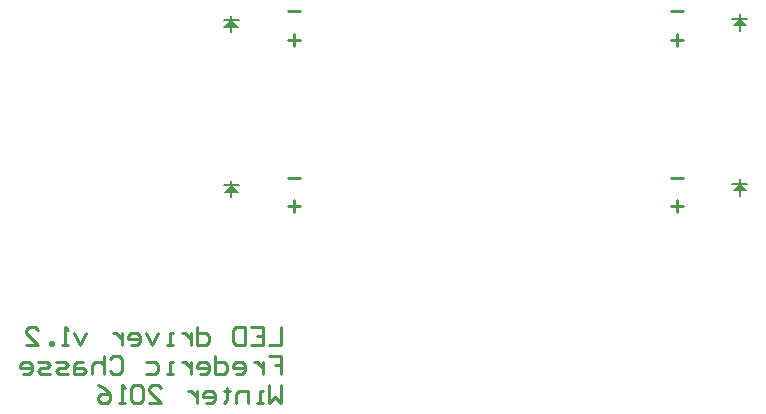
<source format=gbo>
G04 Layer_Color=32896*
%FSLAX23Y23*%
%MOIN*%
G70*
G01*
G75*
%ADD24C,0.010*%
%ADD27C,0.005*%
G36*
X2838Y730D02*
X2783Y730D01*
X2810Y757D01*
X2838Y730D01*
D02*
G37*
G36*
X1143Y725D02*
X1087Y725D01*
X1115Y752D01*
X1143Y725D01*
D02*
G37*
G36*
X2838Y1280D02*
X2783Y1280D01*
X2810Y1308D01*
X2838Y1280D01*
D02*
G37*
G36*
X1143Y1275D02*
X1087Y1275D01*
X1115Y1303D01*
X1143Y1275D01*
D02*
G37*
D24*
X2580Y775D02*
X2620D01*
X2600Y660D02*
Y700D01*
X2580Y680D02*
X2620D01*
X2580Y1330D02*
X2620D01*
X2600Y1215D02*
Y1255D01*
X2580Y1235D02*
X2620D01*
X1305Y680D02*
X1345D01*
X1325Y660D02*
Y700D01*
X1305Y775D02*
X1345D01*
X1305Y1330D02*
X1345D01*
X1325Y1215D02*
Y1255D01*
X1305Y1235D02*
X1345D01*
X1280Y277D02*
Y217D01*
X1240D01*
X1180Y277D02*
X1220D01*
Y217D01*
X1180D01*
X1220Y247D02*
X1200D01*
X1160Y277D02*
Y217D01*
X1130D01*
X1120Y227D01*
Y267D01*
X1130Y277D01*
X1160D01*
X1000D02*
Y217D01*
X1030D01*
X1040Y227D01*
Y247D01*
X1030Y257D01*
X1000D01*
X980D02*
Y217D01*
Y237D01*
X970Y247D01*
X960Y257D01*
X950D01*
X920Y217D02*
X900D01*
X910D01*
Y257D01*
X920D01*
X870D02*
X850Y217D01*
X830Y257D01*
X780Y217D02*
X800D01*
X810Y227D01*
Y247D01*
X800Y257D01*
X780D01*
X770Y247D01*
Y237D01*
X810D01*
X750Y257D02*
Y217D01*
Y237D01*
X740Y247D01*
X730Y257D01*
X720D01*
X630D02*
X610Y217D01*
X590Y257D01*
X570Y217D02*
X550D01*
X560D01*
Y277D01*
X570Y267D01*
X520Y217D02*
Y227D01*
X510D01*
Y217D01*
X520D01*
X430D02*
X470D01*
X430Y257D01*
Y267D01*
X440Y277D01*
X460D01*
X470Y267D01*
X1240Y181D02*
X1280D01*
Y151D01*
X1260D01*
X1280D01*
Y121D01*
X1220Y161D02*
Y121D01*
Y141D01*
X1210Y151D01*
X1200Y161D01*
X1190D01*
X1130Y121D02*
X1150D01*
X1160Y131D01*
Y151D01*
X1150Y161D01*
X1130D01*
X1120Y151D01*
Y141D01*
X1160D01*
X1060Y181D02*
Y121D01*
X1090D01*
X1100Y131D01*
Y151D01*
X1090Y161D01*
X1060D01*
X1010Y121D02*
X1030D01*
X1040Y131D01*
Y151D01*
X1030Y161D01*
X1010D01*
X1000Y151D01*
Y141D01*
X1040D01*
X980Y161D02*
Y121D01*
Y141D01*
X970Y151D01*
X960Y161D01*
X950D01*
X920Y121D02*
X900D01*
X910D01*
Y161D01*
X920D01*
X830D02*
X860D01*
X870Y151D01*
Y131D01*
X860Y121D01*
X830D01*
X710Y171D02*
X720Y181D01*
X740D01*
X750Y171D01*
Y131D01*
X740Y121D01*
X720D01*
X710Y131D01*
X690Y181D02*
Y121D01*
Y151D01*
X680Y161D01*
X660D01*
X650Y151D01*
Y121D01*
X620Y161D02*
X600D01*
X590Y151D01*
Y121D01*
X620D01*
X630Y131D01*
X620Y141D01*
X590D01*
X570Y121D02*
X540D01*
X530Y131D01*
X540Y141D01*
X560D01*
X570Y151D01*
X560Y161D01*
X530D01*
X510Y121D02*
X480D01*
X470Y131D01*
X480Y141D01*
X500D01*
X510Y151D01*
X500Y161D01*
X470D01*
X420Y121D02*
X440D01*
X450Y131D01*
Y151D01*
X440Y161D01*
X420D01*
X410Y151D01*
Y141D01*
X450D01*
X1280Y85D02*
Y25D01*
X1260Y45D01*
X1240Y25D01*
Y85D01*
X1220Y25D02*
X1200D01*
X1210D01*
Y65D01*
X1220D01*
X1170Y25D02*
Y65D01*
X1140D01*
X1130Y55D01*
Y25D01*
X1100Y75D02*
Y65D01*
X1110D01*
X1090D01*
X1100D01*
Y35D01*
X1090Y25D01*
X1030D02*
X1050D01*
X1060Y35D01*
Y55D01*
X1050Y65D01*
X1030D01*
X1020Y55D01*
Y45D01*
X1060D01*
X1000Y65D02*
Y25D01*
Y45D01*
X990Y55D01*
X980Y65D01*
X970D01*
X840Y25D02*
X880D01*
X840Y65D01*
Y75D01*
X850Y85D01*
X870D01*
X880Y75D01*
X820D02*
X810Y85D01*
X790D01*
X780Y75D01*
Y35D01*
X790Y25D01*
X810D01*
X820Y35D01*
Y75D01*
X760Y25D02*
X740D01*
X750D01*
Y85D01*
X760Y75D01*
X670Y85D02*
X690Y75D01*
X710Y55D01*
Y35D01*
X700Y25D01*
X680D01*
X670Y35D01*
Y45D01*
X680Y55D01*
X710D01*
D27*
X1090Y1300D02*
X1140D01*
X1115Y1260D02*
Y1280D01*
Y1300D02*
Y1315D01*
Y750D02*
Y765D01*
Y710D02*
Y730D01*
X1090Y750D02*
X1140D01*
X2810Y1305D02*
Y1320D01*
Y1265D02*
Y1285D01*
X2785Y1305D02*
X2835D01*
X2810Y755D02*
Y770D01*
Y715D02*
Y735D01*
X2785Y755D02*
X2835D01*
M02*

</source>
